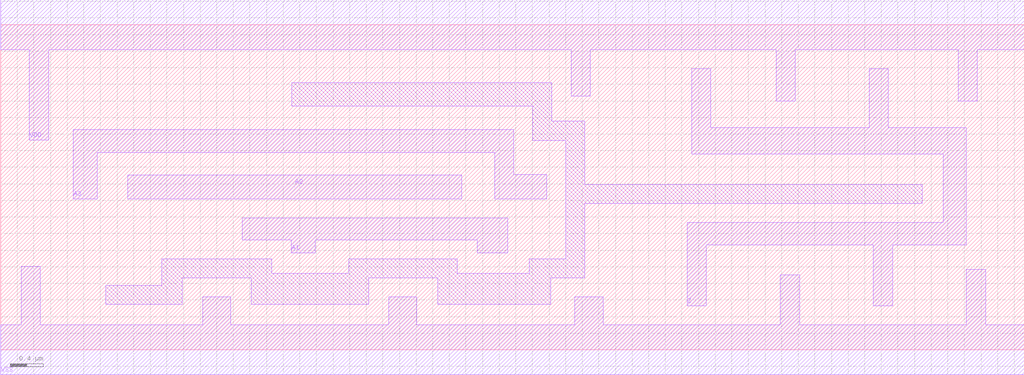
<source format=lef>
# Copyright 2022 GlobalFoundries PDK Authors
#
# Licensed under the Apache License, Version 2.0 (the "License");
# you may not use this file except in compliance with the License.
# You may obtain a copy of the License at
#
#      http://www.apache.org/licenses/LICENSE-2.0
#
# Unless required by applicable law or agreed to in writing, software
# distributed under the License is distributed on an "AS IS" BASIS,
# WITHOUT WARRANTIES OR CONDITIONS OF ANY KIND, either express or implied.
# See the License for the specific language governing permissions and
# limitations under the License.

MACRO gf180mcu_fd_sc_mcu7t5v0__or3_4
  CLASS core ;
  FOREIGN gf180mcu_fd_sc_mcu7t5v0__or3_4 0.0 0.0 ;
  ORIGIN 0 0 ;
  SYMMETRY X Y ;
  SITE GF018hv5v_mcu_sc7 ;
  SIZE 12.32 BY 3.92 ;
  PIN A1
    DIRECTION INPUT ;
    ANTENNAGATEAREA 2.018 ;
    PORT
      LAYER Metal1 ;
        POLYGON 2.91 1.325 3.495 1.325 3.495 1.17 3.785 1.17 3.785 1.325 5.735 1.325 5.735 1.17 6.105 1.17 6.105 1.59 2.91 1.59  ;
    END
  END A1
  PIN A2
    DIRECTION INPUT ;
    ANTENNAGATEAREA 2.018 ;
    PORT
      LAYER Metal1 ;
        POLYGON 1.53 1.82 5.55 1.82 5.55 2.105 1.53 2.105  ;
    END
  END A2
  PIN A3
    DIRECTION INPUT ;
    ANTENNAGATEAREA 2.018 ;
    PORT
      LAYER Metal1 ;
        POLYGON 0.87 1.82 1.16 1.82 1.16 2.38 5.945 2.38 5.945 1.82 6.57 1.82 6.57 2.115 6.175 2.115 6.175 2.655 0.87 2.655  ;
    END
  END A3
  PIN Z
    DIRECTION OUTPUT ;
    ANTENNADIFFAREA 2.2436 ;
    PORT
      LAYER Metal1 ;
        POLYGON 8.315 2.36 11.095 2.36 11.345 2.36 11.345 1.535 8.265 1.535 8.265 0.53 8.495 0.53 8.495 1.265 10.505 1.265 10.505 0.53 10.735 0.53 10.735 1.265 11.62 1.265 11.62 2.68 11.095 2.68 10.685 2.68 10.685 3.39 10.455 3.39 10.455 2.68 8.545 2.68 8.545 3.39 8.315 3.39  ;
    END
  END Z
  PIN VDD
    DIRECTION INOUT ;
    USE power ;
    SHAPE ABUTMENT ;
    PORT
      LAYER Metal1 ;
        POLYGON 0 3.62 0.345 3.62 0.345 2.53 0.575 2.53 0.575 3.62 6.865 3.62 6.865 3.06 7.095 3.06 7.095 3.62 9.335 3.62 9.335 3 9.565 3 9.565 3.62 11.095 3.62 11.525 3.62 11.525 3 11.755 3 11.755 3.62 12.32 3.62 12.32 4.22 11.095 4.22 0 4.22  ;
    END
  END VDD
  PIN VSS
    DIRECTION INOUT ;
    USE ground ;
    SHAPE ABUTMENT ;
    PORT
      LAYER Metal1 ;
        POLYGON 0 -0.3 12.32 -0.3 12.32 0.3 11.855 0.3 11.855 0.97 11.625 0.97 11.625 0.3 9.615 0.3 9.615 0.9 9.385 0.9 9.385 0.3 7.25 0.3 7.25 0.635 6.91 0.635 6.91 0.3 5.01 0.3 5.01 0.635 4.67 0.635 4.67 0.3 2.77 0.3 2.77 0.635 2.43 0.635 2.43 0.3 0.475 0.3 0.475 1.005 0.245 1.005 0.245 0.3 0 0.3  ;
    END
  END VSS
  OBS
      LAYER Metal1 ;
        POLYGON 3.505 2.935 6.405 2.935 6.405 2.52 6.8 2.52 6.8 1.095 6.36 1.095 6.36 0.92 5.495 0.92 5.495 1.095 4.19 1.095 4.19 0.92 3.26 0.92 3.26 1.095 1.94 1.095 1.94 0.775 1.265 0.775 1.265 0.545 2.185 0.545 2.185 0.865 3.015 0.865 3.015 0.545 4.43 0.545 4.43 0.865 5.26 0.865 5.26 0.545 6.62 0.545 6.62 0.865 7.03 0.865 7.03 1.765 11.095 1.765 11.095 1.995 7.03 1.995 7.03 2.755 6.635 2.755 6.635 3.22 3.505 3.22  ;
  END
END gf180mcu_fd_sc_mcu7t5v0__or3_4

</source>
